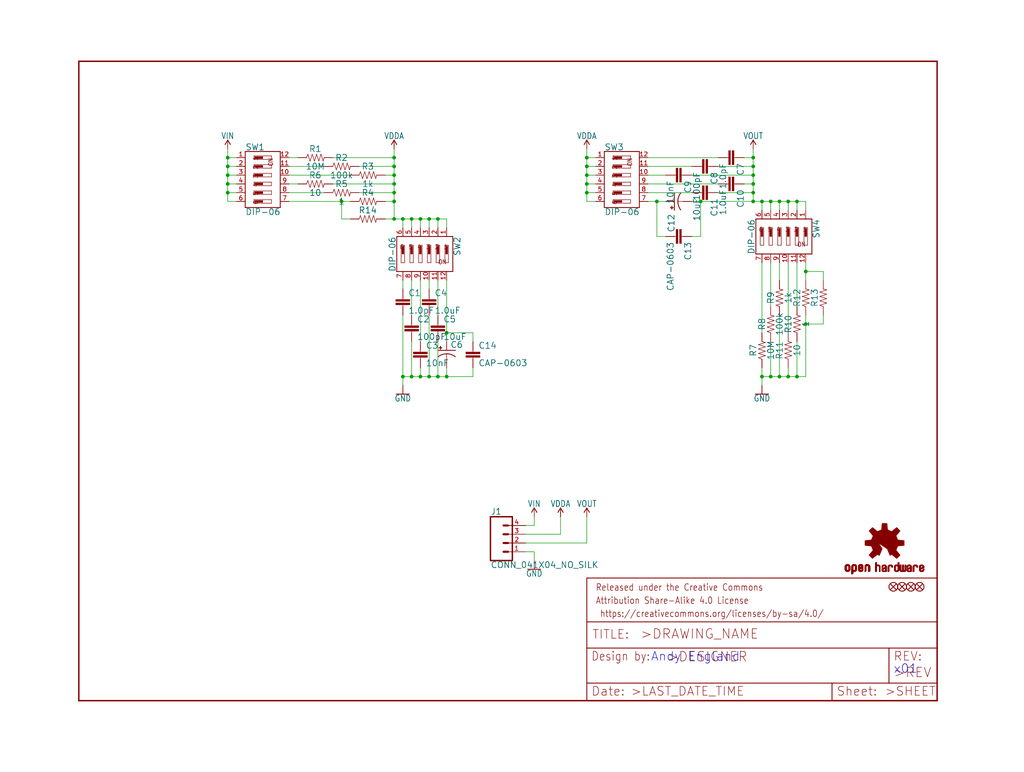
<source format=kicad_sch>
(kicad_sch (version 20211123) (generator eeschema)
  (paper "User" 297.002 223.926)
  (lib_symbols
    (symbol "eagleSchem-eagle-import:1.0PF-0603-50V-25%"
      (property "Reference" "C" (at 1.524 2.921 0))
      (property "Value" "1.0PF-0603-50V-25%" (at 1.524 -2.159 0))
      (symbol "1.0PF-0603-50V-25%_1_0"
        (pin passive line (at 0 5.08 270) (length 2.54) (name "1") (number "1"))
        (pin passive line (at 0 -2.54 90) (length 2.54) (name "2") (number "2"))
      )
    )
    (symbol "eagleSchem-eagle-import:1.0UF-0603-16V-10%"
      (property "Reference" "C" (at 1.524 2.921 0))
      (property "Value" "1.0UF-0603-16V-10%" (at 1.524 -2.159 0))
      (symbol "1.0UF-0603-16V-10%_1_0"
        (pin passive line (at 0 5.08 270) (length 2.54) (name "1") (number "1"))
        (pin passive line (at 0 -2.54 90) (length 2.54) (name "2") (number "2"))
      )
    )
    (symbol "eagleSchem-eagle-import:1000UF-RADIAL-5MM-25V-20%-NO-SILK"
      (property "Reference" "C" (at 1.016 0.635 0))
      (property "Value" "1000UF-RADIAL-5MM-25V-20%-NO-SILK" (at 1.016 -4.191 0))
      (symbol "1000UF-RADIAL-5MM-25V-20%-NO-SILK_1_0"
        (pin passive line (at 0 2.54 270) (length 2.54) (name "+") (number "+"))
        (pin passive line (at 0 -5.08 90) (length 2.54) (name "-") (number "-"))
      )
    )
    (symbol "eagleSchem-eagle-import:100KOHM-0603-1{slash}10W-1%"
      (property "Reference" "R" (at 0 1.524 0))
      (property "Value" "100KOHM-0603-1{slash}10W-1%" (at 0 -1.524 0))
      (symbol "100KOHM-0603-1{slash}10W-1%_1_0"
        (pin passive line (at -5.08 0 0) (length 2.54) (name "1") (number "1"))
        (pin passive line (at 5.08 0 180) (length 2.54) (name "2") (number "2"))
      )
    )
    (symbol "eagleSchem-eagle-import:100PF-0603-50V-5%"
      (property "Reference" "C" (at 1.524 2.921 0))
      (property "Value" "100PF-0603-50V-5%" (at 1.524 -2.159 0))
      (symbol "100PF-0603-50V-5%_1_0"
        (pin passive line (at 0 5.08 270) (length 2.54) (name "1") (number "1"))
        (pin passive line (at 0 -2.54 90) (length 2.54) (name "2") (number "2"))
      )
    )
    (symbol "eagleSchem-eagle-import:10MOHM-0603-1{slash}10W-5%"
      (property "Reference" "R" (at 0 1.524 0))
      (property "Value" "10MOHM-0603-1{slash}10W-5%" (at 0 -1.524 0))
      (symbol "10MOHM-0603-1{slash}10W-5%_1_0"
        (pin passive line (at -5.08 0 0) (length 2.54) (name "1") (number "1"))
        (pin passive line (at 5.08 0 180) (length 2.54) (name "2") (number "2"))
      )
    )
    (symbol "eagleSchem-eagle-import:10NF-0603-50V-10%"
      (property "Reference" "C" (at 1.524 2.921 0))
      (property "Value" "10NF-0603-50V-10%" (at 1.524 -2.159 0))
      (symbol "10NF-0603-50V-10%_1_0"
        (pin passive line (at 0 5.08 270) (length 2.54) (name "1") (number "1"))
        (pin passive line (at 0 -2.54 90) (length 2.54) (name "2") (number "2"))
      )
    )
    (symbol "eagleSchem-eagle-import:10OHM-0603-1{slash}10W-1%"
      (property "Reference" "R" (at 0 1.524 0))
      (property "Value" "10OHM-0603-1{slash}10W-1%" (at 0 -1.524 0))
      (symbol "10OHM-0603-1{slash}10W-1%_1_0"
        (pin passive line (at -5.08 0 0) (length 2.54) (name "1") (number "1"))
        (pin passive line (at 5.08 0 180) (length 2.54) (name "2") (number "2"))
      )
    )
    (symbol "eagleSchem-eagle-import:10UF-0603-6.3V-20%"
      (property "Reference" "C" (at 1.524 2.921 0))
      (property "Value" "10UF-0603-6.3V-20%" (at 1.524 -2.159 0))
      (symbol "10UF-0603-6.3V-20%_1_0"
        (pin passive line (at 0 5.08 270) (length 2.54) (name "1") (number "1"))
        (pin passive line (at 0 -2.54 90) (length 2.54) (name "2") (number "2"))
      )
    )
    (symbol "eagleSchem-eagle-import:1KOHM-0603-1{slash}10W-1%"
      (property "Reference" "R" (at 0 1.524 0))
      (property "Value" "1KOHM-0603-1{slash}10W-1%" (at 0 -1.524 0))
      (symbol "1KOHM-0603-1{slash}10W-1%_1_0"
        (pin passive line (at -5.08 0 0) (length 2.54) (name "1") (number "1"))
        (pin passive line (at 5.08 0 180) (length 2.54) (name "2") (number "2"))
      )
    )
    (symbol "eagleSchem-eagle-import:1OHM-0603-1{slash}10W-1%"
      (property "Reference" "R" (at 0 1.524 0))
      (property "Value" "1OHM-0603-1{slash}10W-1%" (at 0 -1.524 0))
      (symbol "1OHM-0603-1{slash}10W-1%_1_0"
        (pin passive line (at -5.08 0 0) (length 2.54) (name "1") (number "1"))
        (pin passive line (at 5.08 0 180) (length 2.54) (name "2") (number "2"))
      )
    )
    (symbol "eagleSchem-eagle-import:CAP-0603"
      (property "Reference" "C" (at 1.524 2.921 0))
      (property "Value" "CAP-0603" (at 1.524 -2.159 0))
      (symbol "CAP-0603_1_0"
        (pin passive line (at 0 5.08 270) (length 2.54) (name "1") (number "1"))
        (pin passive line (at 0 -2.54 90) (length 2.54) (name "2") (number "2"))
      )
    )
    (symbol "eagleSchem-eagle-import:CONN_041X04_NO_SILK"
      (property "Reference" "J" (at -5.08 8.128 0))
      (property "Value" "CONN_041X04_NO_SILK" (at -5.08 -7.366 0))
      (symbol "CONN_041X04_NO_SILK_1_0"
        (pin passive line (at 5.08 -2.54 180) (length 5.08) (name "1") (number "1"))
        (pin passive line (at 5.08 0 180) (length 5.08) (name "2") (number "2"))
        (pin passive line (at 5.08 2.54 180) (length 5.08) (name "3") (number "3"))
        (pin passive line (at 5.08 5.08 180) (length 5.08) (name "4") (number "4"))
      )
    )
    (symbol "eagleSchem-eagle-import:DIP-06"
      (property "Reference" "SW" (at -7.112 -5.08 90))
      (property "Value" "DIP-06" (at 9.652 -5.08 90))
      (symbol "DIP-06_1_0"
        (text "1" (at -4.826 -2.794 0) (effects (font (size 1.27 1.27)) (justify top)))
        (text "2" (at -2.286 -2.794 0) (effects (font (size 1.27 1.27)) (justify top)))
        (text "3" (at 0.254 -2.794 0) (effects (font (size 1.27 1.27)) (justify top)))
        (text "4" (at 2.794 -2.794 0) (effects (font (size 1.27 1.27)) (justify top)))
        (text "5" (at 5.334 -2.794 0) (effects (font (size 1.27 1.27)) (justify top)))
        (text "6" (at 7.874 -2.794 0) (effects (font (size 1.27 1.27)) (justify top)))
        (text "ON" (at -3.81 3.048 0) (effects (font (size 1.27 1.0795)) (justify bottom)))
        (pin bidirectional line (at -5.08 -7.62 90) (length 2.54) (name "1") (number "1"))
        (pin bidirectional line (at 0 7.62 270) (length 2.54) (name "10") (number "10"))
        (pin bidirectional line (at -2.54 7.62 270) (length 2.54) (name "11") (number "11"))
        (pin bidirectional line (at -5.08 7.62 270) (length 2.54) (name "12") (number "12"))
        (pin bidirectional line (at -2.54 -7.62 90) (length 2.54) (name "2") (number "2"))
        (pin bidirectional line (at 0 -7.62 90) (length 2.54) (name "3") (number "3"))
        (pin bidirectional line (at 2.54 -7.62 90) (length 2.54) (name "4") (number "4"))
        (pin bidirectional line (at 5.08 -7.62 90) (length 2.54) (name "5") (number "5"))
        (pin bidirectional line (at 7.62 -7.62 90) (length 2.54) (name "6") (number "6"))
        (pin bidirectional line (at 7.62 7.62 270) (length 2.54) (name "7") (number "7"))
        (pin bidirectional line (at 5.08 7.62 270) (length 2.54) (name "8") (number "8"))
        (pin bidirectional line (at 2.54 7.62 270) (length 2.54) (name "9") (number "9"))
      )
    )
    (symbol "eagleSchem-eagle-import:FIDUCIAL1X2")
    (symbol "eagleSchem-eagle-import:FRAME-LETTER"
      (symbol "FRAME-LETTER_2_0"
        (text " https://creativecommons.org/licenses/by-sa/4.0/" (at 2.54 24.13 0) (effects (font (size 1.9304 1.6408)) (justify left bottom)))
        (text ">DESIGNER" (at 23.114 11.176 0) (effects (font (size 2.7432 2.7432)) (justify left bottom)))
        (text ">DRAWING_NAME" (at 15.494 17.78 0) (effects (font (size 2.7432 2.7432)) (justify left bottom)))
        (text ">LAST_DATE_TIME" (at 12.7 1.27 0) (effects (font (size 2.54 2.54)) (justify left bottom)))
        (text ">REV" (at 88.9 6.604 0) (effects (font (size 2.7432 2.7432)) (justify left bottom)))
        (text ">SHEET" (at 86.36 1.27 0) (effects (font (size 2.54 2.54)) (justify left bottom)))
        (text "Attribution Share-Alike 4.0 License" (at 2.54 27.94 0) (effects (font (size 1.9304 1.6408)) (justify left bottom)))
        (text "Date:" (at 1.27 1.27 0) (effects (font (size 2.54 2.54)) (justify left bottom)))
        (text "Design by:" (at 1.27 11.43 0) (effects (font (size 2.54 2.159)) (justify left bottom)))
        (text "Released under the Creative Commons" (at 2.54 31.75 0) (effects (font (size 1.9304 1.6408)) (justify left bottom)))
        (text "REV:" (at 88.9 11.43 0) (effects (font (size 2.54 2.54)) (justify left bottom)))
        (text "Sheet:" (at 72.39 1.27 0) (effects (font (size 2.54 2.54)) (justify left bottom)))
        (text "TITLE:" (at 1.524 17.78 0) (effects (font (size 2.54 2.54)) (justify left bottom)))
      )
    )
    (symbol "eagleSchem-eagle-import:GND" (power)
      (property "Value" "GND" (at 0 -0.254 0))
      (symbol "GND_1_0"
        (pin power_in line (at 0 2.54 270) (length 2.54) (name "GND") (number "1"))
      )
    )
    (symbol "eagleSchem-eagle-import:OSHW-LOGOS")
    (symbol "eagleSchem-eagle-import:RESISTOR0603"
      (property "Reference" "R" (at 0 1.524 0))
      (property "Value" "RESISTOR0603" (at 0 -1.524 0))
      (symbol "RESISTOR0603_1_0"
        (pin passive line (at -5.08 0 0) (length 2.54) (name "1") (number "1"))
        (pin passive line (at 5.08 0 180) (length 2.54) (name "2") (number "2"))
      )
    )
    (symbol "eagleSchem-eagle-import:RESISTORAXIAL-0.3"
      (property "Reference" "R" (at 0 1.524 0))
      (property "Value" "RESISTORAXIAL-0.3" (at 0 -1.524 0))
      (symbol "RESISTORAXIAL-0.3_1_0"
        (pin passive line (at -5.08 0 0) (length 2.54) (name "1") (number "P$1"))
        (pin passive line (at 5.08 0 180) (length 2.54) (name "2") (number "P$2"))
      )
    )
    (symbol "eagleSchem-eagle-import:VDDA" (power)
      (property "Value" "VDDA" (at 0 2.794 0))
      (symbol "VDDA_1_0"
        (pin power_in line (at 0 0 90) (length 2.54) (name "VDDA") (number "1"))
      )
    )
    (symbol "eagleSchem-eagle-import:VIN" (power)
      (property "Value" "VIN" (at 0 2.794 0))
      (symbol "VIN_1_0"
        (pin power_in line (at 0 0 90) (length 2.54) (name "VIN") (number "1"))
      )
    )
    (symbol "eagleSchem-eagle-import:VOUT" (power)
      (property "Value" "VOUT" (at 0 2.794 0))
      (symbol "VOUT_1_0"
        (pin power_in line (at 0 0 90) (length 2.54) (name "VOUT") (number "1"))
      )
    )
  )
  (junction (at 116.84 63.5))
  (junction (at 119.38 63.5))
  (junction (at 66.04 48.26))
  (junction (at 66.04 53.34))
  (junction (at 114.3 50.8))
  (junction (at 218.44 55.88))
  (junction (at 124.46 109.22))
  (junction (at 218.44 45.72))
  (junction (at 99.06 58.42))
  (junction (at 114.3 63.5))
  (junction (at 220.98 58.42))
  (junction (at 233.68 93.98))
  (junction (at 66.04 45.72))
  (junction (at 226.06 58.42))
  (junction (at 119.38 109.22))
  (junction (at 116.84 109.22))
  (junction (at 170.18 55.88))
  (junction (at 124.46 63.5))
  (junction (at 223.52 109.22))
  (junction (at 218.44 58.42))
  (junction (at 114.3 48.26))
  (junction (at 129.54 96.52))
  (junction (at 220.98 109.22))
  (junction (at 114.3 53.34))
  (junction (at 218.44 53.34))
  (junction (at 218.44 50.8))
  (junction (at 218.44 48.26))
  (junction (at 231.14 58.42))
  (junction (at 228.6 58.42))
  (junction (at 66.04 55.88))
  (junction (at 233.68 78.74))
  (junction (at 203.2 58.42))
  (junction (at 127 109.22))
  (junction (at 114.3 55.88))
  (junction (at 114.3 45.72))
  (junction (at 170.18 50.8))
  (junction (at 127 63.5))
  (junction (at 121.92 109.22))
  (junction (at 170.18 53.34))
  (junction (at 231.14 109.22))
  (junction (at 121.92 63.5))
  (junction (at 129.54 109.22))
  (junction (at 190.5 58.42))
  (junction (at 228.6 109.22))
  (junction (at 66.04 50.8))
  (junction (at 226.06 109.22))
  (junction (at 223.52 58.42))
  (junction (at 170.18 45.72))
  (junction (at 114.3 58.42))
  (junction (at 170.18 48.26))
  (wire (pts (xy 231.14 109.22) (xy 233.68 109.22)))
  (wire (pts (xy 220.98 109.22) (xy 223.52 109.22)))
  (wire (pts (xy 121.92 63.5) (xy 121.92 66.04)))
  (wire (pts (xy 129.54 63.5) (xy 129.54 66.04)))
  (wire (pts (xy 220.98 76.2) (xy 220.98 96.52)))
  (wire (pts (xy 226.06 58.42) (xy 228.6 58.42)))
  (wire (pts (xy 93.98 48.26) (xy 83.82 48.26)))
  (wire (pts (xy 170.18 50.8) (xy 170.18 53.34)))
  (wire (pts (xy 228.6 106.68) (xy 228.6 109.22)))
  (wire (pts (xy 114.3 63.5) (xy 116.84 63.5)))
  (wire (pts (xy 220.98 106.68) (xy 220.98 109.22)))
  (wire (pts (xy 218.44 45.72) (xy 215.9 45.72)))
  (wire (pts (xy 218.44 50.8) (xy 218.44 53.34)))
  (wire (pts (xy 218.44 43.18) (xy 218.44 45.72)))
  (wire (pts (xy 233.68 78.74) (xy 238.76 78.74)))
  (wire (pts (xy 119.38 63.5) (xy 121.92 63.5)))
  (wire (pts (xy 121.92 81.28) (xy 121.92 99.06)))
  (wire (pts (xy 114.3 58.42) (xy 114.3 63.5)))
  (wire (pts (xy 68.58 58.42) (xy 66.04 58.42)))
  (wire (pts (xy 218.44 45.72) (xy 218.44 48.26)))
  (wire (pts (xy 233.68 81.28) (xy 233.68 78.74)))
  (wire (pts (xy 190.5 58.42) (xy 193.04 58.42)))
  (wire (pts (xy 218.44 55.88) (xy 218.44 58.42)))
  (wire (pts (xy 66.04 53.34) (xy 66.04 50.8)))
  (wire (pts (xy 101.6 50.8) (xy 83.82 50.8)))
  (wire (pts (xy 111.76 58.42) (xy 114.3 58.42)))
  (wire (pts (xy 93.98 55.88) (xy 83.82 55.88)))
  (wire (pts (xy 226.06 60.96) (xy 226.06 58.42)))
  (wire (pts (xy 223.52 60.96) (xy 223.52 58.42)))
  (wire (pts (xy 218.44 53.34) (xy 218.44 55.88)))
  (wire (pts (xy 190.5 68.58) (xy 193.04 68.58)))
  (wire (pts (xy 96.52 53.34) (xy 114.3 53.34)))
  (wire (pts (xy 104.14 55.88) (xy 114.3 55.88)))
  (wire (pts (xy 152.4 152.4) (xy 154.94 152.4)))
  (wire (pts (xy 203.2 58.42) (xy 218.44 58.42)))
  (wire (pts (xy 220.98 60.96) (xy 220.98 58.42)))
  (wire (pts (xy 127 63.5) (xy 129.54 63.5)))
  (wire (pts (xy 170.18 53.34) (xy 172.72 53.34)))
  (wire (pts (xy 127 81.28) (xy 127 91.44)))
  (wire (pts (xy 162.56 154.94) (xy 162.56 149.86)))
  (wire (pts (xy 231.14 99.06) (xy 231.14 109.22)))
  (wire (pts (xy 233.68 93.98) (xy 233.68 109.22)))
  (wire (pts (xy 99.06 63.5) (xy 101.6 63.5)))
  (wire (pts (xy 129.54 109.22) (xy 129.54 106.68)))
  (wire (pts (xy 154.94 160.02) (xy 154.94 162.56)))
  (wire (pts (xy 66.04 48.26) (xy 66.04 45.72)))
  (wire (pts (xy 124.46 81.28) (xy 124.46 83.82)))
  (wire (pts (xy 170.18 45.72) (xy 170.18 48.26)))
  (wire (pts (xy 170.18 48.26) (xy 172.72 48.26)))
  (wire (pts (xy 121.92 109.22) (xy 119.38 109.22)))
  (wire (pts (xy 228.6 96.52) (xy 228.6 76.2)))
  (wire (pts (xy 190.5 58.42) (xy 190.5 68.58)))
  (wire (pts (xy 233.68 60.96) (xy 233.68 58.42)))
  (wire (pts (xy 238.76 78.74) (xy 238.76 81.28)))
  (wire (pts (xy 96.52 45.72) (xy 114.3 45.72)))
  (wire (pts (xy 66.04 45.72) (xy 66.04 43.18)))
  (wire (pts (xy 116.84 91.44) (xy 116.84 109.22)))
  (wire (pts (xy 116.84 109.22) (xy 116.84 111.76)))
  (wire (pts (xy 127 109.22) (xy 129.54 109.22)))
  (wire (pts (xy 66.04 55.88) (xy 66.04 53.34)))
  (wire (pts (xy 170.18 50.8) (xy 170.18 48.26)))
  (wire (pts (xy 111.76 63.5) (xy 114.3 63.5)))
  (wire (pts (xy 114.3 53.34) (xy 114.3 50.8)))
  (wire (pts (xy 231.14 60.96) (xy 231.14 58.42)))
  (wire (pts (xy 114.3 45.72) (xy 114.3 48.26)))
  (wire (pts (xy 170.18 157.48) (xy 170.18 149.86)))
  (wire (pts (xy 124.46 63.5) (xy 124.46 66.04)))
  (wire (pts (xy 170.18 50.8) (xy 172.72 50.8)))
  (wire (pts (xy 187.96 53.34) (xy 208.28 53.34)))
  (wire (pts (xy 154.94 152.4) (xy 154.94 149.86)))
  (wire (pts (xy 228.6 60.96) (xy 228.6 58.42)))
  (wire (pts (xy 119.38 63.5) (xy 119.38 66.04)))
  (wire (pts (xy 218.44 48.26) (xy 218.44 50.8)))
  (wire (pts (xy 119.38 81.28) (xy 119.38 91.44)))
  (wire (pts (xy 129.54 96.52) (xy 129.54 99.06)))
  (wire (pts (xy 193.04 50.8) (xy 187.96 50.8)))
  (wire (pts (xy 218.44 58.42) (xy 220.98 58.42)))
  (wire (pts (xy 152.4 157.48) (xy 170.18 157.48)))
  (wire (pts (xy 124.46 63.5) (xy 127 63.5)))
  (wire (pts (xy 238.76 93.98) (xy 233.68 93.98)))
  (wire (pts (xy 121.92 63.5) (xy 124.46 63.5)))
  (wire (pts (xy 114.3 55.88) (xy 114.3 53.34)))
  (wire (pts (xy 104.14 48.26) (xy 114.3 48.26)))
  (wire (pts (xy 114.3 58.42) (xy 114.3 55.88)))
  (wire (pts (xy 137.16 96.52) (xy 137.16 99.06)))
  (wire (pts (xy 152.4 160.02) (xy 154.94 160.02)))
  (wire (pts (xy 129.54 81.28) (xy 129.54 96.52)))
  (wire (pts (xy 129.54 109.22) (xy 137.16 109.22)))
  (wire (pts (xy 215.9 53.34) (xy 218.44 53.34)))
  (wire (pts (xy 208.28 48.26) (xy 218.44 48.26)))
  (wire (pts (xy 170.18 45.72) (xy 172.72 45.72)))
  (wire (pts (xy 170.18 53.34) (xy 170.18 55.88)))
  (wire (pts (xy 238.76 91.44) (xy 238.76 93.98)))
  (wire (pts (xy 218.44 50.8) (xy 200.66 50.8)))
  (wire (pts (xy 121.92 109.22) (xy 124.46 109.22)))
  (wire (pts (xy 66.04 58.42) (xy 66.04 55.88)))
  (wire (pts (xy 226.06 91.44) (xy 226.06 109.22)))
  (wire (pts (xy 129.54 96.52) (xy 137.16 96.52)))
  (wire (pts (xy 68.58 48.26) (xy 66.04 48.26)))
  (wire (pts (xy 223.52 99.06) (xy 223.52 109.22)))
  (wire (pts (xy 170.18 55.88) (xy 172.72 55.88)))
  (wire (pts (xy 172.72 58.42) (xy 170.18 58.42)))
  (wire (pts (xy 66.04 50.8) (xy 66.04 48.26)))
  (wire (pts (xy 68.58 55.88) (xy 66.04 55.88)))
  (wire (pts (xy 218.44 55.88) (xy 208.28 55.88)))
  (wire (pts (xy 220.98 109.22) (xy 220.98 111.76)))
  (wire (pts (xy 170.18 55.88) (xy 170.18 58.42)))
  (wire (pts (xy 228.6 58.42) (xy 231.14 58.42)))
  (wire (pts (xy 223.52 58.42) (xy 226.06 58.42)))
  (wire (pts (xy 233.68 78.74) (xy 233.68 76.2)))
  (wire (pts (xy 226.06 109.22) (xy 228.6 109.22)))
  (wire (pts (xy 220.98 58.42) (xy 223.52 58.42)))
  (wire (pts (xy 127 63.5) (xy 127 66.04)))
  (wire (pts (xy 124.46 91.44) (xy 124.46 109.22)))
  (wire (pts (xy 223.52 109.22) (xy 226.06 109.22)))
  (wire (pts (xy 99.06 58.42) (xy 99.06 63.5)))
  (wire (pts (xy 124.46 109.22) (xy 127 109.22)))
  (wire (pts (xy 187.96 48.26) (xy 200.66 48.26)))
  (wire (pts (xy 208.28 45.72) (xy 187.96 45.72)))
  (wire (pts (xy 86.36 45.72) (xy 83.82 45.72)))
  (wire (pts (xy 231.14 58.42) (xy 233.68 58.42)))
  (wire (pts (xy 223.52 88.9) (xy 223.52 76.2)))
  (wire (pts (xy 200.66 58.42) (xy 203.2 58.42)))
  (wire (pts (xy 226.06 76.2) (xy 226.06 81.28)))
  (wire (pts (xy 119.38 109.22) (xy 116.84 109.22)))
  (wire (pts (xy 114.3 48.26) (xy 114.3 50.8)))
  (wire (pts (xy 99.06 58.42) (xy 101.6 58.42)))
  (wire (pts (xy 121.92 106.68) (xy 121.92 109.22)))
  (wire (pts (xy 228.6 109.22) (xy 231.14 109.22)))
  (wire (pts (xy 86.36 53.34) (xy 83.82 53.34)))
  (wire (pts (xy 116.84 63.5) (xy 119.38 63.5)))
  (wire (pts (xy 200.66 55.88) (xy 187.96 55.88)))
  (wire (pts (xy 68.58 45.72) (xy 66.04 45.72)))
  (wire (pts (xy 116.84 66.04) (xy 116.84 63.5)))
  (wire (pts (xy 116.84 81.28) (xy 116.84 83.82)))
  (wire (pts (xy 137.16 109.22) (xy 137.16 106.68)))
  (wire (pts (xy 83.82 58.42) (xy 99.06 58.42)))
  (wire (pts (xy 111.76 50.8) (xy 114.3 50.8)))
  (wire (pts (xy 187.96 58.42) (xy 190.5 58.42)))
  (wire (pts (xy 233.68 91.44) (xy 233.68 93.98)))
  (wire (pts (xy 203.2 68.58) (xy 203.2 58.42)))
  (wire (pts (xy 68.58 53.34) (xy 66.04 53.34)))
  (wire (pts (xy 170.18 43.18) (xy 170.18 45.72)))
  (wire (pts (xy 127 99.06) (xy 127 109.22)))
  (wire (pts (xy 68.58 50.8) (xy 66.04 50.8)))
  (wire (pts (xy 114.3 45.72) (xy 114.3 43.18)))
  (wire (pts (xy 152.4 154.94) (xy 162.56 154.94)))
  (wire (pts (xy 119.38 99.06) (xy 119.38 109.22)))
  (wire (pts (xy 200.66 68.58) (xy 203.2 68.58)))
  (wire (pts (xy 231.14 76.2) (xy 231.14 88.9)))
  (text "Andy England" (at 188.722 192.024 180) (effects (font (size 2.54 2.54)) (justify left bottom)))
  (text "x01" (at 259.08 195.58 180) (effects (font (size 2.54 2.54)) (justify left bottom)))
  (symbol (lib_id "eagleSchem-eagle-import:1.0PF-0603-50V-25%") (at 210.82 45.72 270) (unit 1)
    (property "Reference" "C7" (at 213.741 47.244 0) (effects (font (size 1.778 1.778)) (justify left bottom)))
    (property "Value" "1.0pF" (at 208.661 47.244 0) (effects (font (size 1.778 1.778)) (justify left bottom)))
    (property "Footprint" "eagleSchem:0603" (effects hide))
  )
  (symbol (lib_id "eagleSchem-eagle-import:OSHW-LOGOS") (at 256.54 157.48 0) (unit 1)
    (property "Reference" "LOGO1" (effects hide))
    (property "Value" "OSHW-LOGOS" (effects hide))
    (property "Footprint" "eagleSchem:OSHW-LOGO-S" (effects hide))
  )
  (symbol (lib_id "eagleSchem-eagle-import:VDDA") (at 114.3 43.18 0) (unit 1)
    (property "Reference" "#SUPPLY1" (effects hide))
    (property "Value" "VDDA" (at 114.3 40.386 0) (effects (font (size 1.778 1.5113)) (justify bottom)))
    (property "Footprint" "eagleSchem:" (effects hide))
  )
  (symbol (lib_id "eagleSchem-eagle-import:FIDUCIAL1X2") (at 266.7 170.18 0) (unit 1)
    (property "Reference" "FD1" (effects hide))
    (property "Value" "FIDUCIAL1X2" (effects hide))
    (property "Footprint" "eagleSchem:FIDUCIAL-1X2" (effects hide))
  )
  (symbol (lib_id "eagleSchem-eagle-import:GND") (at 116.84 114.3 0) (unit 1)
    (property "Reference" "#GND1" (effects hide))
    (property "Value" "GND" (at 116.84 114.554 0) (effects (font (size 1.778 1.5113)) (justify top)))
    (property "Footprint" "eagleSchem:" (effects hide))
  )
  (symbol (lib_id "eagleSchem-eagle-import:RESISTORAXIAL-0.3") (at 233.68 86.36 90) (unit 1)
    (property "Reference" "R12" (at 232.156 86.36 0) (effects (font (size 1.778 1.778)) (justify bottom)))
    (property "Value" " " (at 235.204 86.36 0) (effects (font (size 1.778 1.778)) (justify top)))
    (property "Footprint" "eagleSchem:AXIAL-0.3" (effects hide))
  )
  (symbol (lib_id "eagleSchem-eagle-import:100KOHM-0603-1{slash}10W-1%") (at 223.52 93.98 90) (unit 1)
    (property "Reference" "R8" (at 221.996 93.98 0) (effects (font (size 1.778 1.778)) (justify bottom)))
    (property "Value" "100k" (at 225.044 93.98 0) (effects (font (size 1.778 1.778)) (justify top)))
    (property "Footprint" "eagleSchem:0603" (effects hide))
  )
  (symbol (lib_id "eagleSchem-eagle-import:10MOHM-0603-1{slash}10W-5%") (at 91.44 45.72 0) (unit 1)
    (property "Reference" "R1" (at 91.44 44.196 0) (effects (font (size 1.778 1.778)) (justify bottom)))
    (property "Value" "10M" (at 91.44 47.244 0) (effects (font (size 1.778 1.778)) (justify top)))
    (property "Footprint" "eagleSchem:0603" (effects hide))
  )
  (symbol (lib_id "eagleSchem-eagle-import:10NF-0603-50V-10%") (at 121.92 104.14 0) (unit 1)
    (property "Reference" "C3" (at 123.444 101.219 0) (effects (font (size 1.778 1.778)) (justify left bottom)))
    (property "Value" "10nF" (at 123.444 106.299 0) (effects (font (size 1.778 1.778)) (justify left bottom)))
    (property "Footprint" "eagleSchem:0603" (effects hide))
  )
  (symbol (lib_id "eagleSchem-eagle-import:VIN") (at 66.04 43.18 0) (unit 1)
    (property "Reference" "#SUPPLY2" (effects hide))
    (property "Value" "VIN" (at 66.04 40.386 0) (effects (font (size 1.778 1.5113)) (justify bottom)))
    (property "Footprint" "eagleSchem:" (effects hide))
  )
  (symbol (lib_id "eagleSchem-eagle-import:1KOHM-0603-1{slash}10W-1%") (at 106.68 50.8 0) (unit 1)
    (property "Reference" "R3" (at 106.68 49.276 0) (effects (font (size 1.778 1.778)) (justify bottom)))
    (property "Value" "1k" (at 106.68 52.324 0) (effects (font (size 1.778 1.778)) (justify top)))
    (property "Footprint" "eagleSchem:0603" (effects hide))
  )
  (symbol (lib_id "eagleSchem-eagle-import:VOUT") (at 218.44 43.18 0) (unit 1)
    (property "Reference" "#SUPPLY4" (effects hide))
    (property "Value" "VOUT" (at 218.44 40.386 0) (effects (font (size 1.778 1.5113)) (justify bottom)))
    (property "Footprint" "eagleSchem:" (effects hide))
  )
  (symbol (lib_id "eagleSchem-eagle-import:1.0UF-0603-16V-10%") (at 210.82 53.34 270) (unit 1)
    (property "Reference" "C10" (at 213.741 54.864 0) (effects (font (size 1.778 1.778)) (justify left bottom)))
    (property "Value" "1.0uF" (at 208.661 54.864 0) (effects (font (size 1.778 1.778)) (justify left bottom)))
    (property "Footprint" "eagleSchem:0603" (effects hide))
  )
  (symbol (lib_id "eagleSchem-eagle-import:100KOHM-0603-1{slash}10W-1%") (at 99.06 48.26 0) (unit 1)
    (property "Reference" "R2" (at 99.06 46.736 0) (effects (font (size 1.778 1.778)) (justify bottom)))
    (property "Value" "100k" (at 99.06 49.784 0) (effects (font (size 1.778 1.778)) (justify top)))
    (property "Footprint" "eagleSchem:0603" (effects hide))
  )
  (symbol (lib_id "eagleSchem-eagle-import:1.0PF-0603-50V-25%") (at 116.84 88.9 0) (unit 1)
    (property "Reference" "C1" (at 118.364 85.979 0) (effects (font (size 1.778 1.778)) (justify left bottom)))
    (property "Value" "1.0pF" (at 118.364 91.059 0) (effects (font (size 1.778 1.778)) (justify left bottom)))
    (property "Footprint" "eagleSchem:0603" (effects hide))
  )
  (symbol (lib_id "eagleSchem-eagle-import:GND") (at 154.94 165.1 0) (unit 1)
    (property "Reference" "#GND3" (effects hide))
    (property "Value" "GND" (at 154.94 165.354 0) (effects (font (size 1.778 1.5113)) (justify top)))
    (property "Footprint" "eagleSchem:" (effects hide))
  )
  (symbol (lib_id "eagleSchem-eagle-import:RESISTOR0603") (at 238.76 86.36 90) (unit 1)
    (property "Reference" "R13" (at 237.236 86.36 0) (effects (font (size 1.778 1.778)) (justify bottom)))
    (property "Value" " " (at 240.284 86.36 0) (effects (font (size 1.778 1.778)) (justify top)))
    (property "Footprint" "eagleSchem:0603" (effects hide))
  )
  (symbol (lib_id "eagleSchem-eagle-import:VOUT") (at 170.18 149.86 0) (unit 1)
    (property "Reference" "#SUPPLY7" (effects hide))
    (property "Value" "VOUT" (at 170.18 147.066 0) (effects (font (size 1.778 1.5113)) (justify bottom)))
    (property "Footprint" "eagleSchem:" (effects hide))
  )
  (symbol (lib_id "eagleSchem-eagle-import:10MOHM-0603-1{slash}10W-5%") (at 220.98 101.6 90) (unit 1)
    (property "Reference" "R7" (at 219.456 101.6 0) (effects (font (size 1.778 1.778)) (justify bottom)))
    (property "Value" "10M" (at 222.504 101.6 0) (effects (font (size 1.778 1.778)) (justify top)))
    (property "Footprint" "eagleSchem:0603" (effects hide))
  )
  (symbol (lib_id "eagleSchem-eagle-import:1KOHM-0603-1{slash}10W-1%") (at 226.06 86.36 90) (unit 1)
    (property "Reference" "R9" (at 224.536 86.36 0) (effects (font (size 1.778 1.778)) (justify bottom)))
    (property "Value" "1k" (at 227.584 86.36 0) (effects (font (size 1.778 1.778)) (justify top)))
    (property "Footprint" "eagleSchem:0603" (effects hide))
  )
  (symbol (lib_id "eagleSchem-eagle-import:100PF-0603-50V-5%") (at 119.38 96.52 0) (unit 1)
    (property "Reference" "C2" (at 120.904 93.599 0) (effects (font (size 1.778 1.778)) (justify left bottom)))
    (property "Value" "100pF" (at 120.904 98.679 0) (effects (font (size 1.778 1.778)) (justify left bottom)))
    (property "Footprint" "eagleSchem:0603" (effects hide))
  )
  (symbol (lib_id "eagleSchem-eagle-import:DIP-06") (at 228.6 68.58 180) (unit 1)
    (property "Reference" "SW4" (at 235.712 63.5 90) (effects (font (size 1.778 1.778)) (justify left bottom)))
    (property "Value" "DIP-06" (at 218.948 63.5 90) (effects (font (size 1.778 1.778)) (justify left top)))
    (property "Footprint" "eagleSchem:DIPSWITCH-06-SMD" (effects hide))
  )
  (symbol (lib_id "eagleSchem-eagle-import:10UF-0603-6.3V-20%") (at 127 96.52 0) (unit 1)
    (property "Reference" "C5" (at 128.524 93.599 0) (effects (font (size 1.778 1.778)) (justify left bottom)))
    (property "Value" "10uF" (at 128.524 98.679 0) (effects (font (size 1.778 1.778)) (justify left bottom)))
    (property "Footprint" "eagleSchem:0603" (effects hide))
  )
  (symbol (lib_id "eagleSchem-eagle-import:VDDA") (at 170.18 43.18 0) (unit 1)
    (property "Reference" "#SUPPLY3" (effects hide))
    (property "Value" "VDDA" (at 170.18 40.386 0) (effects (font (size 1.778 1.5113)) (justify bottom)))
    (property "Footprint" "eagleSchem:" (effects hide))
  )
  (symbol (lib_id "eagleSchem-eagle-import:RESISTOR0603") (at 106.68 63.5 0) (unit 1)
    (property "Reference" "R14" (at 106.68 61.976 0) (effects (font (size 1.778 1.778)) (justify bottom)))
    (property "Value" " " (at 106.68 65.024 0) (effects (font (size 1.778 1.778)) (justify top)))
    (property "Footprint" "eagleSchem:0603" (effects hide))
  )
  (symbol (lib_id "eagleSchem-eagle-import:FIDUCIAL1X2") (at 264.16 170.18 0) (unit 1)
    (property "Reference" "FD2" (effects hide))
    (property "Value" "FIDUCIAL1X2" (effects hide))
    (property "Footprint" "eagleSchem:FIDUCIAL-1X2" (effects hide))
  )
  (symbol (lib_id "eagleSchem-eagle-import:1OHM-0603-1{slash}10W-1%") (at 99.06 55.88 0) (unit 1)
    (property "Reference" "R5" (at 99.06 54.356 0) (effects (font (size 1.778 1.778)) (justify bottom)))
    (property "Value" "1" (at 99.06 57.404 0) (effects (font (size 1.778 1.778)) (justify top)))
    (property "Footprint" "eagleSchem:0603" (effects hide))
  )
  (symbol (lib_id "eagleSchem-eagle-import:1.0UF-0603-16V-10%") (at 124.46 88.9 0) (unit 1)
    (property "Reference" "C4" (at 125.984 85.979 0) (effects (font (size 1.778 1.778)) (justify left bottom)))
    (property "Value" "1.0uF" (at 125.984 91.059 0) (effects (font (size 1.778 1.778)) (justify left bottom)))
    (property "Footprint" "eagleSchem:0603" (effects hide))
  )
  (symbol (lib_id "eagleSchem-eagle-import:10UF-0603-6.3V-20%") (at 203.2 55.88 270) (unit 1)
    (property "Reference" "C11" (at 206.121 57.404 0) (effects (font (size 1.778 1.778)) (justify left bottom)))
    (property "Value" "10uF" (at 201.041 57.404 0) (effects (font (size 1.778 1.778)) (justify left bottom)))
    (property "Footprint" "eagleSchem:0603" (effects hide))
  )
  (symbol (lib_id "eagleSchem-eagle-import:FIDUCIAL1X2") (at 259.08 170.18 0) (unit 1)
    (property "Reference" "FD4" (effects hide))
    (property "Value" "FIDUCIAL1X2" (effects hide))
    (property "Footprint" "eagleSchem:FIDUCIAL-1X2" (effects hide))
  )
  (symbol (lib_id "eagleSchem-eagle-import:10OHM-0603-1{slash}10W-1%") (at 91.44 53.34 0) (unit 1)
    (property "Reference" "R6" (at 91.44 51.816 0) (effects (font (size 1.778 1.778)) (justify bottom)))
    (property "Value" "10" (at 91.44 54.864 0) (effects (font (size 1.778 1.778)) (justify top)))
    (property "Footprint" "eagleSchem:0603" (effects hide))
  )
  (symbol (lib_id "eagleSchem-eagle-import:10OHM-0603-1{slash}10W-1%") (at 228.6 101.6 90) (unit 1)
    (property "Reference" "R11" (at 227.076 101.6 0) (effects (font (size 1.778 1.778)) (justify bottom)))
    (property "Value" "10" (at 230.124 101.6 0) (effects (font (size 1.778 1.778)) (justify top)))
    (property "Footprint" "eagleSchem:0603" (effects hide))
  )
  (symbol (lib_id "eagleSchem-eagle-import:RESISTORAXIAL-0.3") (at 106.68 58.42 0) (unit 1)
    (property "Reference" "R4" (at 106.68 56.896 0) (effects (font (size 1.778 1.778)) (justify bottom)))
    (property "Value" " " (at 106.68 59.944 0) (effects (font (size 1.778 1.778)) (justify top)))
    (property "Footprint" "eagleSchem:AXIAL-0.3" (effects hide))
  )
  (symbol (lib_id "eagleSchem-eagle-import:DIP-06") (at 76.2 50.8 270) (unit 1)
    (property "Reference" "SW1" (at 71.12 43.688 90) (effects (font (size 1.778 1.778)) (justify left bottom)))
    (property "Value" "DIP-06" (at 71.12 60.452 90) (effects (font (size 1.778 1.778)) (justify left top)))
    (property "Footprint" "eagleSchem:DIPSWITCH-06-SMD" (effects hide))
  )
  (symbol (lib_id "eagleSchem-eagle-import:DIP-06") (at 124.46 73.66 180) (unit 1)
    (property "Reference" "SW2" (at 131.572 68.58 90) (effects (font (size 1.778 1.778)) (justify left bottom)))
    (property "Value" "DIP-06" (at 114.808 68.58 90) (effects (font (size 1.778 1.778)) (justify left top)))
    (property "Footprint" "eagleSchem:DIPSWITCH-06-SMD" (effects hide))
  )
  (symbol (lib_id "eagleSchem-eagle-import:FRAME-LETTER") (at 22.86 203.2 0) (unit 1)
    (property "Reference" "FRAME1" (effects hide))
    (property "Value" "FRAME-LETTER" (effects hide))
    (property "Footprint" "eagleSchem:CREATIVE_COMMONS" (effects hide))
  )
  (symbol (lib_id "eagleSchem-eagle-import:CONN_041X04_NO_SILK") (at 147.32 157.48 0) (unit 1)
    (property "Reference" "J1" (at 142.24 149.352 0) (effects (font (size 1.778 1.778)) (justify left bottom)))
    (property "Value" "CONN_041X04_NO_SILK" (at 142.24 164.846 0) (effects (font (size 1.778 1.778)) (justify left bottom)))
    (property "Footprint" "eagleSchem:1X04_NO_SILK" (effects hide))
  )
  (symbol (lib_id "eagleSchem-eagle-import:1000UF-RADIAL-5MM-25V-20%-NO-SILK") (at 195.58 58.42 90) (unit 1)
    (property "Reference" "C12" (at 193.675 61.976 0) (effects (font (size 1.778 1.778)) (justify right top)))
    (property "Value" "1000UF-RADIAL-5MM-25V-20%-NO-SILK" (effects hide))
    (property "Footprint" "eagleSchem:CPOL-RADIAL-5MM-10MM-NS" (effects hide))
  )
  (symbol (lib_id "eagleSchem-eagle-import:CAP-0603") (at 137.16 104.14 0) (unit 1)
    (property "Reference" "C14" (at 138.684 101.219 0) (effects (font (size 1.778 1.778)) (justify left bottom)))
    (property "Value" "CAP-0603" (at 138.684 106.299 0) (effects (font (size 1.778 1.778)) (justify left bottom)))
    (property "Footprint" "eagleSchem:0603" (effects hide))
  )
  (symbol (lib_id "eagleSchem-eagle-import:10NF-0603-50V-10%") (at 195.58 50.8 270) (unit 1)
    (property "Reference" "C9" (at 198.501 52.324 0) (effects (font (size 1.778 1.778)) (justify left bottom)))
    (property "Value" "10nF" (at 193.421 52.324 0) (effects (font (size 1.778 1.778)) (justify left bottom)))
    (property "Footprint" "eagleSchem:0603" (effects hide))
  )
  (symbol (lib_id "eagleSchem-eagle-import:VDDA") (at 162.56 149.86 0) (unit 1)
    (property "Reference" "#SUPPLY6" (effects hide))
    (property "Value" "VDDA" (at 162.56 147.066 0) (effects (font (size 1.778 1.5113)) (justify bottom)))
    (property "Footprint" "eagleSchem:" (effects hide))
  )
  (symbol (lib_id "eagleSchem-eagle-import:VIN") (at 154.94 149.86 0) (unit 1)
    (property "Reference" "#SUPPLY5" (effects hide))
    (property "Value" "VIN" (at 154.94 147.066 0) (effects (font (size 1.778 1.5113)) (justify bottom)))
    (property "Footprint" "eagleSchem:" (effects hide))
  )
  (symbol (lib_id "eagleSchem-eagle-import:FIDUCIAL1X2") (at 261.62 170.18 0) (unit 1)
    (property "Reference" "FD3" (effects hide))
    (property "Value" "FIDUCIAL1X2" (effects hide))
    (property "Footprint" "eagleSchem:FIDUCIAL-1X2" (effects hide))
  )
  (symbol (lib_id "eagleSchem-eagle-import:CAP-0603") (at 195.58 68.58 270) (unit 1)
    (property "Reference" "C13" (at 198.501 70.104 0) (effects (font (size 1.778 1.778)) (justify left bottom)))
    (property "Value" "CAP-0603" (at 193.421 70.104 0) (effects (font (size 1.778 1.778)) (justify left bottom)))
    (property "Footprint" "eagleSchem:0603" (effects hide))
  )
  (symbol (lib_id "eagleSchem-eagle-import:GND") (at 220.98 114.3 0) (unit 1)
    (property "Reference" "#GND2" (effects hide))
    (property "Value" "GND" (at 220.98 114.554 0) (effects (font (size 1.778 1.5113)) (justify top)))
    (property "Footprint" "eagleSchem:" (effects hide))
  )
  (symbol (lib_id "eagleSchem-eagle-import:1OHM-0603-1{slash}10W-1%") (at 231.14 93.98 90) (unit 1)
    (property "Reference" "R10" (at 229.616 93.98 0) (effects (font (size 1.778 1.778)) (justify bottom)))
    (property "Value" "1" (at 232.664 93.98 0) (effects (font (size 1.778 1.778)) (justify top)))
    (property "Footprint" "eagleSchem:0603" (effects hide))
  )
  (symbol (lib_id "eagleSchem-eagle-import:1000UF-RADIAL-5MM-25V-20%-NO-SILK") (at 129.54 101.6 0) (unit 1)
    (property "Reference" "C6" (at 130.556 100.965 0) (effects (font (size 1.778 1.778)) (justify left bottom)))
    (property "Value" "1000UF-RADIAL-5MM-25V-20%-NO-SILK" (effects hide))
    (property "Footprint" "eagleSchem:CPOL-RADIAL-5MM-10MM-NS" (effects hide))
  )
  (symbol (lib_id "eagleSchem-eagle-import:FRAME-LETTER") (at 170.18 203.2 0) (unit 2)
    (property "Reference" "FRAME1" (effects hide))
    (property "Value" "FRAME-LETTER" (effects hide))
    (property "Footprint" "eagleSchem:CREATIVE_COMMONS" (effects hide))
  )
  (symbol (lib_id "eagleSchem-eagle-import:100PF-0603-50V-5%") (at 203.2 48.26 270) (unit 1)
    (property "Reference" "C8" (at 206.121 49.784 0) (effects (font (size 1.778 1.778)) (justify left bottom)))
    (property "Value" "100pF" (at 201.041 49.784 0) (effects (font (size 1.778 1.778)) (justify left bottom)))
    (property "Footprint" "eagleSchem:0603" (effects hide))
  )
  (symbol (lib_id "eagleSchem-eagle-import:DIP-06") (at 180.34 50.8 270) (unit 1)
    (property "Reference" "SW3" (at 175.26 43.688 90) (effects (font (size 1.778 1.778)) (justify left bottom)))
    (property "Value" "DIP-06" (at 175.26 60.452 90) (effects (font (size 1.778 1.778)) (justify left top)))
    (property "Footprint" "eagleSchem:DIPSWITCH-06-SMD" (effects hide))
  )
)
</source>
